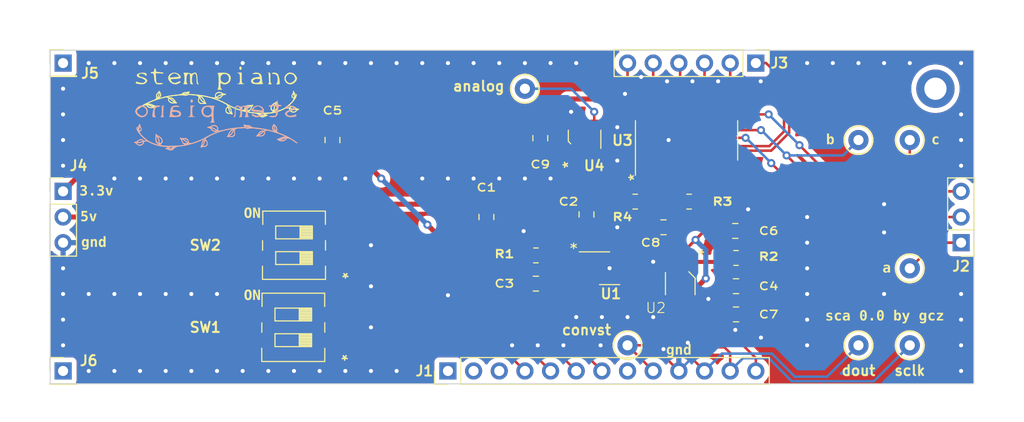
<source format=kicad_pcb>
(kicad_pcb (version 20221018) (generator pcbnew)
  (layers (0 "F.Cu" signal) (31 "B.Cu" signal) (34 "B.Paste" user) (35 "F.Paste" user) (36 "B.SilkS" user "B.Silkscreen") (37 "F.SilkS" user "F.Silkscreen") (38 "B.Mask" user) (39 "F.Mask" user) (44 "Edge.Cuts" user))
  (net 0 "")
  (net 1 "Net-(C4-Pad2)")
  (net 2 "GND")
  (net 3 "Net-(J2-Pin_1)")
  (net 4 "Net-(J2-Pin_2)")
  (net 8 "Net-(J1-Pin_4)")
  (net 9 "Net-(J1-Pin_5)")
  (net 10 "Net-(J1-Pin_6)")
  (net 11 "Net-(J1-Pin_7)")
  (net 13 "Net-(J1-Pin_12)")
  (net 14 "Net-(J4-Pin_1)")
  (net 15 "Net-(J4-Pin_2)")
  (net 16 "Net-(J2-Pin_3)")
  (net 17 "Net-(J3-Pin_4)")
  (net 18 "Net-(J3-Pin_5)")
  (net 19 "Net-(J3-Pin_1)")
  (net 20 "Net-(J3-Pin_2)")
  (net 21 "Net-(J3-Pin_3)")
  (net 22 "Net-(U1-FLT)")
  (net 23 "Net-(U2-AINP)")
  (net 24 "Net-(U1-SS)")
  (net 25 "Net-(U1-OUT_F)")
  (net 26 "Net-(J3-Pin_6)")
  (net 27 "Net-(J1-Pin_9)")
  (net 28 "Net-(J1-Pin_11)")
  (net 31 "Net-(U3-COM)")
  (net 32 "Net-(J1-Pin_13)")
  (net 33 "Net-(U2-AINN)")
  (net 34 "Net-(U4-IN-)")
  (footprint "stem_piano_footprints:C_0805_2012_1.18x1.45mm_medpad" (layer "F.Cu") (at 150.368 77.578 180)
    (fp_text reference "C6" (at -3.302 0 180) (layer "F.SilkS") (effects (font (size 0.75 1) (thickness 0.15) bold)))
    (fp_text value "1uF" hide)
    (pad "1" smd roundrect (at -1.2 0 180) (size 1.5 1.35) (layers "F.Cu" "F.Paste" "F.Mask") (roundrect_rratio 0.213) (net 2 "GND"))
    (pad "2" smd roundrect (at 1.2 0 180) (size 1.5 1.35) (layers "F.Cu" "F.Paste" "F.Mask") (roundrect_rratio 0.213) (net 14 "Net-(J4-Pin_1)"))
  )
  (footprint "Connector_PinHeader_2.54mm:PinHeader_1x01_P2.54mm_Vertical" (layer "F.Cu") (at 83.82 60.96)
    (fp_text reference "J5" (at 2.667 1.016) (layer "F.SilkS") (effects (font (thickness 0.2) bold)))
    (fp_text value "Conn_01x01_Pin")
    (pad "1" thru_hole rect (at 0 0) (size 1.7 1.7) (drill 1) (layers "*.Cu" "*.Mask"))
  )
  (footprint "stem_piano_footprints:SOT-23-5_medpad" (layer "F.Cu") (at 135.448 68.51 90)
    (fp_text reference "U4" (at -2.61 0.95 180) (layer "F.SilkS") (effects (font (thickness 0.2) bold)))
    (fp_text value "THS4281" hide)
    (fp_text user "*" (at -3 -1 90 unlocked) (layer "F.SilkS") (effects (justify left bottom)))
    (pad "1" smd rect (at -1.2 -0.95 90) (size 1.5 0.6) (layers "F.Cu" "F.Paste" "F.Mask") (net 34 "Net-(U4-IN-)"))
    (pad "2" smd rect (at -1.2 0 90) (size 1.5 0.6) (layers "F.Cu" "F.Paste" "F.Mask") (net 2 "GND"))
    (pad "3" smd rect (at -1.2 0.95 90) (size 1.5 0.6) (layers "F.Cu" "F.Paste" "F.Mask") (net 31 "Net-(U3-COM)"))
    (pad "4" smd rect (at 1.2 0.95 90) (size 1.5 0.75) (layers "F.Cu" "F.Paste" "F.Mask") (net 34 "Net-(U4-IN-)"))
    (pad "5" smd rect (at 1.2 -0.95 90) (size 1.5 0.75) (layers "F.Cu" "F.Paste" "F.Mask") (net 14 "Net-(J4-Pin_1)"))
  )
  (footprint "stem_piano_footprints:C_0805_2012_1.18x1.45mm_medpad" (layer "F.Cu") (at 131.064 68.396 90)
    (fp_text reference "C9" (at -2.6 0) (layer "F.SilkS") (effects (font (size 0.75 1) (thickness 0.15) bold)))
    (fp_text value "1uF" hide)
    (pad "1" smd roundrect (at -1.2 0 90) (size 1.5 1.35) (layers "F.Cu" "F.Paste" "F.Mask") (roundrect_rratio 0.213) (net 2 "GND"))
    (pad "2" smd roundrect (at 1.2 0 90) (size 1.5 1.35) (layers "F.Cu" "F.Paste" "F.Mask") (roundrect_rratio 0.213) (net 14 "Net-(J4-Pin_1)"))
  )
  (footprint "stem_piano_footprints:C_0805_2012_1.18x1.45mm_medpad" (layer "F.Cu") (at 150.438 85.842)
    (fp_text reference "C7" (at 3.232 0 180) (layer "F.SilkS") (effects (font (size 0.75 1) (thickness 0.15) bold)))
    (fp_text value "1uF" hide)
    (pad "1" smd roundrect (at -1.2 0) (size 1.5 1.35) (layers "F.Cu" "F.Paste" "F.Mask") (roundrect_rratio 0.213) (net 14 "Net-(J4-Pin_1)"))
    (pad "2" smd roundrect (at 1.2 0) (size 1.5 1.35) (layers "F.Cu" "F.Paste" "F.Mask") (roundrect_rratio 0.213) (net 2 "GND"))
  )
  (footprint "stem_piano_footprints:R_0805_2012_1.20x1.40mm_medpad" (layer "F.Cu") (at 150.438 80.254 180)
    (fp_text reference "R2" (at -3.232 0.136) (layer "F.SilkS") (effects (font (size 0.75 1) (thickness 0.1875) bold)))
    (fp_text value "small" hide)
    (pad "1" smd roundrect (at -1.2 0 180) (size 1.5 1.35) (layers "F.Cu" "F.Paste" "F.Mask") (roundrect_rratio 0.208) (net 1 "Net-(C4-Pad2)"))
    (pad "2" smd roundrect (at 1.2 0 180) (size 1.5 1.35) (layers "F.Cu" "F.Paste" "F.Mask") (roundrect_rratio 0.208) (net 25 "Net-(U1-OUT_F)"))
  )
  (footprint "stem_piano_footprints:C_0805_2012_1.18x1.45mm_medpad" (layer "F.Cu") (at 130.626 82.794)
    (fp_text reference "C3" (at -3.118 0 180) (layer "F.SilkS") (effects (font (size 0.75 1) (thickness 0.15) bold)))
    (fp_text value "1uF" hide)
    (pad "1" smd roundrect (at -1.2 0) (size 1.5 1.35) (layers "F.Cu" "F.Paste" "F.Mask") (roundrect_rratio 0.213) (net 2 "GND"))
    (pad "2" smd roundrect (at 1.2 0) (size 1.5 1.35) (layers "F.Cu" "F.Paste" "F.Mask") (roundrect_rratio 0.213) (net 22 "Net-(U1-FLT)"))
  )
  (footprint "stem_piano_footprints:C_0805_2012_1.18x1.45mm_medpad" (layer "F.Cu") (at 135.636 75.946 90)
    (fp_text reference "C2" (at 1.27 -1.778 180) (layer "F.SilkS") (effects (font (size 0.75 1) (thickness 0.15) bold)))
    (fp_text value "1uF" hide)
    (pad "1" smd roundrect (at -1.2 0 90) (size 1.5 1.35) (layers "F.Cu" "F.Paste" "F.Mask") (roundrect_rratio 0.213) (net 15 "Net-(J4-Pin_2)"))
    (pad "2" smd roundrect (at 1.2 0 90) (size 1.5 1.35) (layers "F.Cu" "F.Paste" "F.Mask") (roundrect_rratio 0.213) (net 2 "GND"))
  )
  (footprint "stem_piano_footprints:VSSOP-8_3.0x3.0mm_P0.65mm_medpads" (layer "F.Cu") (at 137.922 81.27)
    (fp_text reference "U1" (at 0.127 2.531) (layer "F.SilkS") (effects (font (thickness 0.2) bold)))
    (fp_text value "REF6030")
    (pad "1" smd rect (at -2.3 -1.05 270) (size 0.6 1.65) (layers "F.Cu" "F.Paste" "F.Mask") (net 15 "Net-(J4-Pin_2)"))
    (pad "2" smd rect (at -2.3 -0.325 270) (size 0.45 1.65) (layers "F.Cu" "F.Paste" "F.Mask") (net 15 "Net-(J4-Pin_2)"))
    (pad "3" smd rect (at -2.3 0.325 270) (size 0.45 1.65) (layers "F.Cu" "F.Paste" "F.Mask") (net 24 "Net-(U1-SS)"))
    (pad "4" smd rect (at -2.3 1.05 270) (size 0.6 1.65) (layers "F.Cu" "F.Paste" "F.Mask") (net 22 "Net-(U1-FLT)"))
    (pad "5" smd rect (at 2.3 1.05 270) (size 0.6 1.65) (layers "F.Cu" "F.Paste" "F.Mask") (net 25 "Net-(U1-OUT_F)"))
    (pad "6" smd rect (at 2.3 0.325 270) (size 0.45 1.65) (layers "F.Cu" "F.Paste" "F.Mask") (net 25 "Net-(U1-OUT_F)"))
    (pad "7" smd rect (at 2.3 -0.325 270) (size 0.45 1.65) (layers "F.Cu" "F.Paste" "F.Mask") (net 2 "GND"))
    (pad "8" smd rect (at 2.3 -1.05 270) (size 0.6 1.65) (layers "F.Cu" "F.Paste" "F.Mask") (net 2 "GND"))
  )
  (footprint "Connector_PinHeader_2.54mm:PinHeader_1x01_P2.54mm_Vertical" (layer "F.Cu") (at 83.82 91.44)
    (fp_text reference "J6" (at 2.54 -1.016) (layer "F.SilkS") (effects (font (thickness 0.2) bold)))
    (fp_text value "Conn_01x01_Pin")
    (pad "1" thru_hole rect (at 0 0) (size 1.7 1.7) (drill 1) (layers "*.Cu" "*.Mask"))
  )
  (footprint "Connector_PinHeader_2.54mm:PinHeader_1x13_P2.54mm_Vertical" (layer "F.Cu") (at 121.92 91.44 90)
    (fp_text reference "J1" (at 0 -2.33 180) (layer "F.SilkS") (effects (font (thickness 0.2) bold)))
    (fp_text value "Conn_01x13_Pin")
    (pad "1" thru_hole rect (at 0 0 90) (size 1.7 1.7) (drill 1) (layers "*.Cu" "*.Mask"))
    (pad "2" thru_hole oval (at 0 2.54 90) (size 1.7 1.7) (drill 1) (layers "*.Cu" "*.Mask"))
    (pad "3" thru_hole oval (at 0 5.08 90) (size 1.7 1.7) (drill 1) (layers "*.Cu" "*.Mask"))
    (pad "4" thru_hole oval (at 0 7.62 90) (size 1.7 1.7) (drill 1) (layers "*.Cu" "*.Mask") (net 8 "Net-(J1-Pin_4)"))
    (pad "5" thru_hole oval (at 0 10.16 90) (size 1.7 1.7) (drill 1) (layers "*.Cu" "*.Mask") (net 9 "Net-(J1-Pin_5)"))
    (pad "6" thru_hole oval (at 0 12.7 90) (size 1.7 1.7) (drill 1) (layers "*.Cu" "*.Mask") (net 10 "Net-(J1-Pin_6)"))
    (pad "7" thru_hole oval (at 0 15.24 90) (size 1.7 1.7) (drill 1) (layers "*.Cu" "*.Mask") (net 11 "Net-(J1-Pin_7)"))
    (pad "8" thru_hole oval (at 0 17.78 90) (size 1.7 1.7) (drill 1) (layers "*.Cu" "*.Mask"))
    (pad "9" thru_hole oval (at 0 20.32 90) (size 1.7 1.7) (drill 1) (layers "*.Cu" "*.Mask") (net 27 "Net-(J1-Pin_9)"))
    (pad "10" thru_hole oval (at 0 22.86 90) (size 1.7 1.7) (drill 1) (layers "*.Cu" "*.Mask") (net 2 "GND"))
    (pad "11" thru_hole oval (at 0 25.4 90) (size 1.7 1.7) (drill 1) (layers "*.Cu" "*.Mask") (net 28 "Net-(J1-Pin_11)"))
    (pad "12" thru_hole oval (at 0 27.94 90) (size 1.7 1.7) (drill 1) (layers "*.Cu" "*.Mask") (net 13 "Net-(J1-Pin_12)"))
    (pad "13" thru_hole oval (at 0 30.48 90) (size 1.7 1.7) (drill 1) (layers "*.Cu" "*.Mask") (net 32 "Net-(J1-Pin_13)"))
  )
  (footprint "stem_piano_footprints:stem_branch_07_inch" (layer "F.Cu") (at 98.97781 65.049919)
    (fp_text reference "G***" hide)
    (fp_text value "LOGO" hide)
  )
  (footprint "stem_piano_footprints:R_0805_2012_1.20x1.40mm_medpad" (layer "F.Cu") (at 130.626 80)
    (fp_text reference "R1" (at -3.118 -0.136) (layer "F.SilkS") (effects (font (size 0.75 1) (thickness 0.1875) bold)))
    (fp_text value "120K" hide)
    (pad "1" smd roundrect (at -1.2 0) (size 1.5 1.35) (layers "F.Cu" "F.Paste" "F.Mask") (roundrect_rratio 0.208) (net 2 "GND"))
    (pad "2" smd roundrect (at 1.2 0) (size 1.5 1.35) (layers "F.Cu" "F.Paste" "F.Mask") (roundrect_rratio 0.208) (net 24 "Net-(U1-SS)"))
  )
  (footprint "TestPoint:TestPoint_Keystone_5000-5004_Miniature" (layer "F.Cu") (at 162.56 68.58)
    (fp_text reference "TP6" hide)
    (fp_text value "b")
    (pad "1" thru_hole circle (at 0 0) (size 2 2) (drill 1) (layers "*.Cu" "*.Mask") (net 4 "Net-(J2-Pin_2)"))
  )
  (footprint "Connector_PinHeader_2.54mm:PinHeader_1x06_P2.54mm_Vertical" (layer "F.Cu") (at 152.4 60.96 -90)
    (fp_text reference "J3" (at 0 -2.33 180) (layer "F.SilkS") (effects (font (thickness 0.2) bold)))
    (fp_text value "Conn_01x06_Pin")
    (pad "1" thru_hole rect (at 0 0 270) (size 1.7 1.7) (drill 1) (layers "*.Cu" "*.Mask") (net 19 "Net-(J3-Pin_1)"))
    (pad "2" thru_hole oval (at 0 2.54 270) (size 1.7 1.7) (drill 1) (layers "*.Cu" "*.Mask") (net 20 "Net-(J3-Pin_2)"))
    (pad "3" thru_hole oval (at 0 5.08 270) (size 1.7 1.7) (drill 1) (layers "*.Cu" "*.Mask") (net 21 "Net-(J3-Pin_3)"))
    (pad "4" thru_hole oval (at 0 7.62 270) (size 1.7 1.7) (drill 1) (layers "*.Cu" "*.Mask") (net 17 "Net-(J3-Pin_4)"))
    (pad "5" thru_hole oval (at 0 10.16 270) (size 1.7 1.7) (drill 1) (layers "*.Cu" "*.Mask") (net 18 "Net-(J3-Pin_5)"))
    (pad "6" thru_hole oval (at 0 12.7 270) (size 1.7 1.7) (drill 1) (layers "*.Cu" "*.Mask") (net 26 "Net-(J3-Pin_6)"))
  )
  (footprint "stem_piano_footprints:SW_DIP_SPSTx02_Slide_medpad" (layer "F.Cu") (at 106.608 87.122 180)
    (fp_text reference "SW1" (at 8.708 0) (layer "F.SilkS") (effects (font (thickness 0.2) bold)))
    (fp_text value "SW_DIP_x02" hide)
    (fp_text user "*" (at -5.57 -2.11 180 unlocked) (layer "F.SilkS") (effects (justify left bottom)))
    (fp_text user "ON" (at 4.898 2.54 unlocked) (layer "F.SilkS") (effects (font (thickness 0.2) bold) (justify left bottom)))
    (pad "1" smd rect (at -4.5 -1.27 180) (size 3 1) (layers "F.Cu" "F.Paste" "F.Mask") (net 8 "Net-(J1-Pin_4)"))
    (pad "2" smd rect (at -4.5 1.27 180) (size 3 1) (layers "F.Cu" "F.Paste" "F.Mask") (net 9 "Net-(J1-Pin_5)"))
    (pad "3" smd rect (at 4.5 1.27 180) (size 3 1) (layers "F.Cu" "F.Paste" "F.Mask") (net 2 "GND"))
    (pad "4" smd rect (at 4.5 -1.27 180) (size 3 1) (layers "F.Cu" "F.Paste" "F.Mask") (net 2 "GND"))
  )
  (footprint "stem_piano_footprints:R_0805_2012_1.20x1.40mm_medpad" (layer "F.Cu") (at 140.462 74.676 180)
    (fp_text reference "R4" (at 1.27 -1.524) (layer "F.SilkS") (effects (font (size 0.75 1) (thickness 0.1875) bold)))
    (fp_text value "50" hide)
    (pad "1" smd roundrect (at -1.2 0 180) (size 1.5 1.35) (layers "F.Cu" "F.Paste" "F.Mask") (roundrect_rratio 0.208) (net 33 "Net-(U2-AINN)"))
    (pad "2" smd roundrect (at 1.2 0 180) (size 1.5 1.35) (layers "F.Cu" "F.Paste" "F.Mask") (roundrect_rratio 0.208) (net 2 "GND"))
  )
  (footprint "stem_piano_footprints:VSSOP-10_medpad" (layer "F.Cu") (at 145.034 82.794 -90)
    (fp_text reference "U2" (at 2.404 2.54 unlocked) (layer "F.SilkS") (effects (font (thickness 0.1) bold)))
    (fp_text value "ADS8881" hide)
    (fp_text user "*" (at -3.6 -1.05 -90 unlocked) (layer "F.SilkS") (effects (justify left bottom)))
    (pad "1" smd rect (at -2.15 -1.2 180) (size 0.7 2) (layers "F.Cu" "F.Paste" "F.Mask") (net 25 "Net-(U1-OUT_F)"))
    (pad "2" smd rect (at -2.15 -0.5 180) (size 0.3 2) (layers "F.Cu" "F.Paste" "F.Mask") (net 14 "Net-(J4-Pin_1)"))
    (pad "3" smd rect (at -2.15 0 180) (size 0.3 2) (layers "F.Cu" "F.Paste" "F.Mask") (net 23 "Net-(U2-AINP)"))
    (pad "4" smd rect (at -2.15 0.5 180) (size 0.3 2) (layers "F.Cu" "F.Paste" "F.Mask") (net 33 "Net-(U2-AINN)"))
    (pad "5" smd rect (at -2.15 1.2 180) (size 0.7 2) (layers "F.Cu" "F.Paste" "F.Mask") (net 2 "GND"))
    (pad "6" smd rect (at 2.15 1.2 180) (size 0.7 2) (layers "F.Cu" "F.Paste" "F.Mask") (net 27 "Net-(J1-Pin_9)"))
    (pad "7" smd rect (at 2.15 0.5 180) (size 0.3 2) (layers "F.Cu" "F.Paste" "F.Mask") (net 28 "Net-(J1-Pin_11)"))
    (pad "8" smd rect (at 2.15 0 180) (size 0.3 2) (layers "F.Cu" "F.Paste" "F.Mask") (net 13 "Net-(J1-Pin_12)"))
    (pad "9" smd rect (at 2.15 -0.5 180) (size 0.3 2) (layers "F.Cu" "F.Paste" "F.Mask") (net 32 "Net-(J1-Pin_13)"))
    (pad "10" smd rect (at 2.15 -1.2 180) (size 0.7 2) (layers "F.Cu" "F.Paste" "F.Mask") (net 14 "Net-(J4-Pin_1)"))
  )
  (footprint "stem_piano_footprints:C_0805_2012_1.18x1.45mm_medpad" (layer "F.Cu") (at 125.73 76.2 -90)
    (fp_text reference "C1" (at -2.921 0) (layer "F.SilkS") (effects (font (size 0.75 1) (thickness 0.15) bold)))
    (fp_text value "10uF" hide)
    (pad "1" smd roundrect (at -1.2 0 270) (size 1.5 1.35) (layers "F.Cu" "F.Paste" "F.Mask") (roundrect_rratio 0.213) (net 15 "Net-(J4-Pin_2)"))
    (pad "2" smd roundrect (at 1.2 0 270) (size 1.5 1.35) (layers "F.Cu" "F.Paste" "F.Mask") (roundrect_rratio 0.213) (net 2 "GND"))
  )
  (footprint "TestPoint:TestPoint_Keystone_5000-5004_Miniature" (layer "F.Cu") (at 139.7 88.9)
    (fp_text reference "TP5" hide)
    (fp_text value "convst" (at -4.064 -1.524) (layer "F.SilkS") (effects (font (thickness 0.2) bold)))
    (pad "1" thru_hole circle (at 0 0) (size 2 2) (drill 1) (layers "*.Cu" "*.Mask") (net 27 "Net-(J1-Pin_9)"))
  )
  (footprint "MountingHole:MountingHole_2.2mm_M2_DIN965_Pad_TopBottom" (layer "F.Cu") (at 170.18 63.5)
    (fp_text reference "H1" hide)
    (fp_text value "MountingHole")
    (pad "1" thru_hole circle (at 0 0) (size 2.6 2.6) (drill 2.2) (layers "*.Cu" "*.Mask"))
    (pad "1" connect circle (at 0 0) (size 3.8 3.8) (layers "F.Cu" "F.Mask"))
    (pad "1" connect circle (at 0 0) (size 3.8 3.8) (layers "B.Cu" "B.Mask"))
  )
  (footprint "stem_piano_footprints:SW_DIP_SPSTx02_Slide_medpad" (layer "F.Cu") (at 106.68 78.994 180)
    (fp_text reference "SW2" (at 8.78 0) (layer "F.SilkS") (effects (font (thickness 0.2) bold)))
    (fp_text value "SW_DIP_x02" hide)
    (fp_text user "*" (at -5.57 -2.11 180 unlocked) (layer "F.SilkS") (effects (justify left bottom)))
    (fp_text user "ON" (at 4.97 2.54 unlocked) (layer "F.SilkS") (effects (font (thickness 0.2) bold) (justify left bottom)))
    (pad "1" smd rect (at -4.5 -1.27 180) (size 3 1) (layers "F.Cu" "F.Paste" "F.Mask") (net 10 "Net-(J1-Pin_6)"))
    (pad "2" smd rect (at -4.5 1.27 180) (size 3 1) (layers "F.Cu" "F.Paste" "F.Mask") (net 11 "Net-(J1-Pin_7)"))
    (pad "3" smd rect (at 4.5 1.27 180) (size 3 1) (layers "F.Cu" "F.Paste" "F.Mask") (net 2 "GND"))
    (pad "4" smd rect (at 4.5 -1.27 180) (size 3 1) (layers "F.Cu" "F.Paste" "F.Mask") (net 2 "GND"))
  )
  (footprint "TestPoint:TestPoint_Keystone_5000-5004_Miniature" (layer "F.Cu") (at 167.64 88.9)
    (fp_text reference "TP3" hide)
    (fp_text value "sclk" (at 0 2.5) (layer "F.SilkS") (effects (font (thickness 0.2) bold)))
    (pad "1" thru_hole circle (at 0 0) (size 2 2) (drill 1) (layers "*.Cu" "*.Mask") (net 13 "Net-(J1-Pin_12)"))
  )
  (footprint "Connector_PinHeader_2.54mm:PinHeader_1x03_P2.54mm_Vertical" (layer "F.Cu") (at 172.72 78.74 180)
    (fp_text reference "J2" (at 0 -2.33) (layer "F.SilkS") (effects (font (thickness 0.2) bold)))
    (fp_text value "Conn_01x03_Pin")
    (pad "1" thru_hole rect (at 0 0 180) (size 1.7 1.7) (drill 1) (layers "*.Cu" "*.Mask") (net 3 "Net-(J2-Pin_1)"))
    (pad "2" thru_hole oval (at 0 2.54 180) (size 1.7 1.7) (drill 1) (layers "*.Cu" "*.Mask") (net 4 "Net-(J2-Pin_2)"))
    (pad "3" thru_hole oval (at 0 5.08 180) (size 1.7 1.7) (drill 1) (layers "*.Cu" "*.Mask") (net 16 "Net-(J2-Pin_3)"))
  )
  (footprint "TestPoint:TestPoint_Keystone_5000-5004_Miniature" (layer "F.Cu") (at 129.54 63.5)
    (fp_text reference "TP1" hide)
    (fp_text value "analog" (at -4.572 -0.254) (layer "F.SilkS") (effects (font (thickness 0.2) bold)))
    (pad "1" thru_hole circle (at 0 0) (size 2 2) (drill 1) (layers "*.Cu" "*.Mask") (net 34 "Net-(U4-IN-)"))
  )
  (footprint "stem_piano_footprints:stem_name_07_inch" (layer "F.Cu") (at 99.13 62.53)
    (fp_text reference "G***" hide)
    (fp_text value "LOGO" hide)
  )
  (footprint "TestPoint:TestPoint_Keystone_5000-5004_Miniature" (layer "F.Cu") (at 162.56 88.9)
    (fp_text reference "TP4" hide)
    (fp_text value "dout" (at 0 2.5) (layer "F.SilkS") (effects (font (thickness 0.2) bold)))
    (pad "1" thru_hole circle (at 0 0) (size 2 2) (drill 1) (layers "*.Cu" "*.Mask") (net 28 "Net-(J1-Pin_11)"))
  )
  (footprint "stem_piano_footprints:R_0805_2012_1.20x1.40mm_medpad" (layer "F.Cu") (at 145.796 74.676)
    (fp_text reference "R3" (at 3.302 0 180) (layer "F.SilkS") (effects (font (size 0.75 1) (thickness 0.1875) bold)))
    (fp_text value "50" hide)
    (pad "1" smd roundrect (at -1.2 0) (size 1.5 1.35) (layers "F.Cu" "F.Paste" "F.Mask") (roundrect_rratio 0.208) (net 34 "Net-(U4-IN-)"))
    (pad "2" smd roundrect (at 1.2 0) (size 1.5 1.35) (layers "F.Cu" "F.Paste" "F.Mask") (roundrect_rratio 0.208) (net 23 "Net-(U2-AINP)"))
  )
  (footprint "stem_piano_footprints:SOIC-16_3.9x9.9mm_P1.27mm_medpad" (layer "F.Cu") (at 145.542 68.615 90)
    (fp_text reference "U3" (at 0 -6.35 180) (layer "F.SilkS") (effects (font (thickness 0.2) bold)))
    (fp_text value "SN74LV4051")
    (fp_text user "*" (at -4.14 -4.57 90 unlocked) (layer "F.SilkS") (effects (justify left bottom)))
    (pad "1" smd rect (at -2.575 -4.445 90) (size 2.15 0.7) (layers "F.Cu" "F.Paste" "F.Mask") (net 2 "GND"))
    (pad "2" smd rect (at -2.575 -3.175 90) (size 2.15 0.7) (layers "F.Cu" "F.Paste" "F.Mask") (net 2 "GND"))
    (pad "3" smd rect (at -2.575 -1.905 90) (size 2.15 0.7) (layers "F.Cu" "F.Paste" "F.Mask") (net 31 "Net-(U3-COM)"))
    (pad "4" smd rect (at -2.575 -0.635 90) (size 2.15 0.7) (layers "F.Cu" "F.Paste" "F.Mask") (net 20 "Net-(J3-Pin_2)"))
    (pad "5" smd rect (at -2.575 0.635 90) (size 2.15 0.7) (layers "F.Cu" "F.Paste" "F.Mask") (net 19 "Net-(J3-Pin_1)"))
    (pad "6" smd rect (at -2.575 1.905 90) (size 2.15 0.7) (layers "F.Cu" "F.Paste" "F.Mask") (net 2 "GND"))
    (pad "7" smd rect (at -2.575 3.175 90) (size 2.15 0.7) (layers "F.Cu" "F.Paste" "F.Mask") (net 2 "GND"))
    (pad "8" smd rect (at -2.575 4.445 90) (size 2.15 0.7) (layers "F.Cu" "F.Paste" "F.Mask") (net 2 "GND"))
    (pad "9" smd rect (at 2.575 4.445 90) (size 2.15 0.7) (layers "F.Cu" "F.Paste" "F.Mask") (net 16 "Net-(J2-Pin_3)"))
    (pad "10" smd rect (at 2.575 3.175 90) (size 2.15 0.7) (layers "F.Cu" "F.Paste" "F.Mask") (net 4 "Net-(J2-Pin_2)"))
    (pad "11" smd rect (at 2.575 1.905 90) (size 2.15 0.7) (layers "F.Cu" "F.Paste" "F.Mask") (net 3 "Net-(J2-Pin_1)"))
    (pad "12" smd rect (at 2.575 0.635 90) (size 2.15 0.7) (layers "F.Cu" "F.Paste" "F.Mask") (net 21 "Net-(J3-Pin_3)"))
    (pad "13" smd rect (at 2.575 -0.635 90) (size 2.15 0.7) (layers "F.Cu" "F.Paste" "F.Mask") (net 17 "Net-(J3-Pin_4)"))
    (pad "14" smd rect (at 2.575 -1.905 90) (size 2.15 0.7) (layers "F.Cu" "F.Paste" "F.Mask") (net 18 "Net-(J3-Pin_5)"))
    (pad "15" smd rect (at 2.575 -3.175 90) (size 2.15 0.7) (layers "F.Cu" "F.Paste" "F.Mask") (net 26 "Net-(J3-Pin_6)"))
    (pad "16" smd rect (at 2.575 -4.445 90) (size 2.15 0.7) (layers "F.Cu" "F.Paste" "F.Mask") (net 14 "Net-(J4-Pin_1)"))
  )
  (footprint "TestPoint:TestPoint_Keystone_5000-5004_Miniature" (layer "F.Cu") (at 167.64 81.28)
    (fp_text reference "TP2" hide)
    (fp_text value "a")
    (pad "1" thru_hole circle (at 0 0) (size 2 2) (drill 1) (layers "*.Cu" "*.Mask") (net 3 "Net-(J2-Pin_1)"))
  )
  (footprint "TestPoint:TestPoint_Keystone_5000-5004_Miniature" (layer "F.Cu") (at 167.64 68.58)
    (fp_text reference "TP7" hide)
    (fp_text value "c")
    (pad "1" thru_hole circle (at 0 0) (size 2 2) (drill 1) (layers "*.Cu" "*.Mask") (net 16 "Net-(J2-Pin_3)"))
  )
  (footprint "stem_piano_footprints:C_0805_2012_1.18x1.45mm_medpad" (layer "F.Cu") (at 110.49 68.58 -90)
    (fp_text reference "C5" (at -2.921 0) (layer "F.SilkS") (effects (font (size 0.75 1) (thickness 0.15) bold)))
    (fp_text value "10uF" hide)
    (pad "1" smd roundrect (at -1.2 0 270) (size 1.5 1.35) (layers "F.Cu" "F.Paste" "F.Mask") (roundrect_rratio 0.213) (net 14 "Net-(J4-Pin_1)"))
    (pad "2" smd roundrect (at 1.2 0 270) (size 1.5 1.35) (layers "F.Cu" "F.Paste" "F.Mask") (roundrect_rratio 0.213) (net 2 "GND"))
  )
  (footprint "stem_piano_footprints:C_0805_2012_1.18x1.45mm_medpad" (layer "F.Cu") (at 143.256 77.216)
    (fp_text reference "C8" (at -1.27 1.524 180) (layer "F.SilkS") (effects (font (size 0.75 1) (thickness 0.15) bold)))
    (fp_text value "500pF" hide)
    (pad "1" smd roundrect (at -1.2 0) (size 1.5 1.35) (layers "F.Cu" "F.Paste" "F.Mask") (roundrect_rratio 0.213) (net 33 "Net-(U2-AINN)"))
    (pad "2" smd roundrect (at 1.2 0) (size 1.5 1.35) (layers "F.Cu" "F.Paste" "F.Mask") (roundrect_rratio 0.213) (net 23 "Net-(U2-AINP)"))
  )
  (footprint "Connector_PinHeader_2.54mm:PinHeader_1x03_P2.54mm_Vertical" (layer "F.Cu") (at 83.82 73.66)
    (fp_text reference "J4" (at 1.524 -2.54) (layer "F.SilkS") (effects (font (thickness 0.2) bold)))
    (fp_text value "Conn_01x03_Pin")
    (pad "1" thru_hole rect (at 0 0) (size 1.7 1.7) (drill 1) (layers "*.Cu" "*.Mask") (net 14 "Net-(J4-Pin_1)"))
    (pad "2" thru_hole oval (at 0 2.54) (size 1.7 1.7) (drill 1) (layers "*.Cu" "*.Mask") (net 15 "Net-(J4-Pin_2)"))
    (pad "3" thru_hole oval (at 0 5.08) (size 1.7 1.7) (drill 1) (layers "*.Cu" "*.Mask") (net 2 "GND"))
  )
  (footprint "stem_piano_footprints:C_0805_2012_1.18x1.45mm_medpad" (layer "F.Cu") (at 150.438 83.048)
    (fp_text reference "C4" (at 3.232 0 180) (layer "F.SilkS") (effects (font (size 0.75 1) (thickness 0.15) bold)))
    (fp_text value "47uF" hide)
    (pad "1" smd roundrect (at -1.2 0) (size 1.5 1.35) (layers "F.Cu" "F.Paste" "F.Mask") (roundrect_rratio 0.213) (net 2 "GND"))
    (pad "2" smd roundrect (at 1.2 0) (size 1.5 1.35) (layers "F.Cu" "F.Paste" "F.Mask") (roundrect_rratio 0.213) (net 1 "Net-(C4-Pad2)"))
  )
  (footprint "stem_piano_footprints:stem_branch_07_inch" (layer "B.Cu") (at 99.06 68.326 180)
    (fp_text reference "G***" hide)
    (fp_text value "LOGO" hide)
  )
  (footprint "stem_piano_footprints:stem_name_07_inch" (layer "B.Cu") (at 98.806 65.786 180)
    (fp_text reference "G***" hide)
    (fp_text value "LOGO" hide)
  )
  (gr_rect (start 82.55 59.69) (end 173.99 92.71) (stroke (width 0.1)) (fill none) (layer "Edge.Cuts"))
  (gr_text "gnd" (at 86.868 78.74) (layer "F.SilkS") (effects (font (size 1 1) (thickness 0.2) bold)))
  (gr_text "sca 0.0 by gcz" (at 159.258 86.614) (layer "F.SilkS") (effects (font (size 1 1) (thickness 0.2) bold) (justify left bottom)))
  (gr_text "a" (at 165.354 81.28) (layer "F.SilkS") (effects (font (size 1 1) (thickness 0.2) bold)))
  (gr_text "3.3v" (at 87.122 73.66) (layer "F.SilkS") (effects (font (size 1 1) (thickness 0.2) bold)))
  (gr_text "gnd" (at 144.78 89.408) (layer "F.SilkS") (effects (font (size 1 1) (thickness 0.2) bold)))
  (gr_text "b" (at 159.766 68.58) (layer "F.SilkS") (effects (font (size 1 1) (thickness 0.2) bold)))
  (gr_text "*" (at 134.366 79.356) (layer "F.SilkS") (effects (font (size 1 1) (thickness 0.2) bold)))
  (gr_text "c" (at 170.18 68.58) (layer "F.SilkS") (effects (font (size 1 1) (thickness 0.2) bold)))
  (gr_text "5v" (at 86.36 76.2) (layer "F.SilkS") (effects (font (size 1 1) (thickness 0.2) bold)))
  (segment (start 151.638 80.254) (end 151.638 83.048) (width 0.4) (layer "F.Cu") (net 1))
  (segment (start 139.7 69.342) (end 138.684 70.358) (width 0.25) (layer "F.Cu") (net 2))
  (segment (start 138.684 70.358) (end 138.684 70.612) (width 0.25) (layer "F.Cu") (net 2))
  (segment (start 140.462 69.342) (end 139.7 69.342) (width 0.25) (layer "F.Cu") (net 2))
  (segment (start 143.834 80.08) (end 142.494 78.74) (width 0.25) (layer "F.Cu") (net 2))
  (segment (start 144.78 91.44) (end 143.256 89.916) (width 0.25) (layer "F.Cu") (net 2))
  (segment (start 143.256 89.916) (end 143.256 89.281) (width 0.25) (layer "F.Cu") (net 2))
  (segment (start 141.097 71.19) (end 141.097 69.977) (width 0.25) (layer "F.Cu") (net 2))
  (segment (start 140.222 80.945) (end 141.921 80.945) (width 0.4) (layer "F.Cu") (net 2))
  (segment (start 135.448 70.71) (end 136.112 71.374) (width 0.25) (layer "F.Cu") (net 2))
  (segment (start 136.112 71.374) (end 137.922 71.374) (width 0.25) (layer "F.Cu") (net 2))
  (segment (start 142.494 78.74) (end 140.208 78.74) (width 0.25) (layer "F.Cu") (net 2))
  (segment (start 141.097 69.977) (end 140.462 69.342) (width 0.25) (layer "F.Cu") (net 2))
  (segment (start 137.922 71.374) (end 138.684 70.612) (width 0.25) (layer "F.Cu") (net 2))
  (segment (start 140.208 78.74) (end 138.684 77.216) (width 0.25) (layer "F.Cu") (net 2))
  (segment (start 142.367 70.231) (end 141.478 69.342) (width 0.25) (layer "F.Cu") (net 2))
  (segment (start 138.247 80.945) (end 137.922 81.27) (width 0.4) (layer "F.Cu") (net 2))
  (segment (start 140.222 80.945) (end 138.247 80.945) (width 0.4) (layer "F.Cu") (net 2))
  (segment (start 141.921 80.945) (end 142.24 80.626) (width 0.4) (layer "F.Cu") (net 2))
  (segment (start 142.367 71.19) (end 142.367 70.231) (width 0.25) (layer "F.Cu") (net 2))
  (segment (start 141.478 69.342) (end 140.462 69.342) (width 0.25) (layer "F.Cu") (net 2))
  (segment (start 143.834 80.644) (end 143.834 80.08) (width 0.25) (layer "F.Cu") (net 2))
  (segment (start 135.448 69.71) (end 135.448 70.71) (width 0.25) (layer "F.Cu") (net 2))
  (via (at 129.413 77.597) (size 0.8) (drill 0.4) (layers "F.Cu" "B.Cu") (net 2))
  (via (at 119.38 60.96) (size 0.8) (drill 0.4) (layers "F.Cu" "B.Cu") (net 2))
  (via (at 106.68 60.96) (size 0.8) (drill 0.4) (layers "F.Cu" "B.Cu") (net 2))
  (via (at 114.3 60.96) (size 0.8) (drill 0.4) (layers "F.Cu" "B.Cu") (net 2))
  (via (at 114.3 83.058) (size 0.8) (drill 0.4) (layers "F.Cu" "B.Cu") (net 2))
  (via (at 147.701 84.309) (size 0.8) (drill 0.4) (layers "F.Cu" "B.Cu") (net 2))
  (via (at 157.48 83.82) (size 0.8) (drill 0.4) (layers "F.Cu" "B.Cu") (net 2))
  (via (at 104.14 60.96) (size 0.8) (drill 0.4) (layers "F.Cu" "B.Cu") (net 2))
  (via (at 104.14 91.44) (size 0.8) (drill 0.4) (layers "F.Cu" "B.Cu") (net 2))
  (via (at 99.06 91.44) (size 0.8) (drill 0.4) (layers "F.Cu" "B.Cu") (net 2))
  (via (at 157.48 81.28) (size 0.8) (drill 0.4) (layers "F.Cu" "B.Cu") (net 2))
  (via (at 121.92 83.947) (size 0.8) (drill 0.4) (layers "F.Cu" "B.Cu") (net 2))
  (via (at 152.8826 62.7634) (size 0.8) (drill 0.4) (layers "F.Cu" "B.Cu") (net 2))
  (via (at 83.82 71.12) (size 0.8) (drill 0.4) (layers "F.Cu" "B.Cu") (net 2))
  (via (at 93.98 91.44) (size 0.8) (drill 0.4) (layers "F.Cu" "B.Cu") (net 2))
  (via (at 165.1 74.93) (size 0.8) (drill 0.4) (layers "F.Cu" "B.Cu") (net 2))
  (via (at 150.368 87.376) (size 0.8) (drill 0.4) (layers "F.Cu" "B.Cu") (net 2))
  (via (at 139.7 86.106) (size 0.8) (drill 0.4) (layers "F.Cu" "B.Cu") (net 2))
  (via (at 109.22 91.44) (size 0.8) (drill 0.4) (layers "F.Cu" "B.Cu") (net 2))
  (via (at 172.72 83.82) (size 0.8) (drill 0.4) (layers "F.Cu" "B.Cu") (net 2))
  (via (at 91.44 83.82) (size 0.8) (drill 0.4) (layers "F.Cu" "B.Cu") (net 2))
  (via (at 138.684 67.31) (size 0.8) (drill 0.4) (layers "F.Cu" "B.Cu") (net 2))
  (via (at 96.52 83.82) (size 0.8) (drill 0.4) (layers "F.Cu" "B.Cu") (net 2))
  (via (at 160.02 60.96) (size 0.8) (drill 0.4) (layers "F.Cu" "B.Cu") (net 2))
  (via (at 88.9 91.44) (size 0.8) (drill 0.4) (layers "F.Cu" "B.Cu") (net 2))
  (via (at 99.06 72.39) (size 0.8) (drill 0.4) (layers "F.Cu" "B.Cu") (net 2))
  (via (at 165.1 83.82) (size 0.8) (drill 0.4) (layers "F.Cu" "B.Cu") (net 2))
  (via (at 124.46 72.39) (size 0.8) (drill 0.4) (layers "F.Cu" "B.Cu") (net 2))
  (via (at 111.76 60.96) (size 0.8) (drill 0.4) (layers "F.Cu" "B.Cu") (net 2))
  (via (at 106.68 91.44) (size 0.8) (drill 0.4) (layers "F.Cu" "B.Cu") (net 2))
  (via (at 148.6662 62.7634) (size 0.8) (drill 0.4) (layers "F.Cu" "B.Cu") (net 2))
  (via (at 172.72 68.58) (size 0.8) (drill 0.4) (layers "F.Cu" "B.Cu") (net 2))
  (via (at 114.3 87.122) (size 0.8) (drill 0.4) (layers "F.Cu" "B.Cu") (net 2))
  (via (at 134.62 60.96) (size 0.8) (drill 0.4) (layers "F.Cu" "B.Cu") (net 2))
  (via (at 96.52 91.44) (size 0.8) (drill 0.4) (layers "F.Cu" "B.Cu") (net 2))
  (via (at 83.82 86.36) (size 0.8) (drill 0.4) (layers "F.Cu" "B.Cu") (net 2))
  (via (at 162.56 60.96) (size 0.8) (drill 0.4) (layers "F.Cu" "B.Cu") (net 2))
  (via (at 109.22 60.96) (size 0.8) (drill 0.4) (layers "F.Cu" "B.Cu") (net 2))
  (via (at 116.84 91.44) (size 0.8) (drill 0.4) (layers "F.Cu" "B.Cu") (net 2))
  (via (at 128.27 88.9) (size 0.8) (drill 0.4) (layers "F.Cu" "B.Cu") (net 2))
  (via (at 83.82 66.04) (size 0.8) (drill 0.4) (layers "F.Cu" "B.Cu") (net 2))
  (via (at 129.54 60.96) (size 0.8) (drill 0.4) (layers "F.Cu" "B.Cu") (net 2))
  (via (at 172.72 91.44) (size 0.8) (drill 0.4) (layers "F.Cu" "B.Cu") (net 2))
  (via (at 91.44 91.44) (size 0.8) (drill 0.4) (layers "F.Cu" "B.Cu") (net 2))
  (via (at 137.922 81.27) (size 0.8) (drill 0.4) (layers "F.Cu" "B.Cu") (net 2))
  (via (at 93.98 83.82) (size 0.8) (drill 0.4) (layers "F.Cu" "B.Cu") (net 2))
  (via (at 129.54 72.39) (size 0.8) (drill 0.4) (layers "F.Cu" "B.Cu") (net 2))
  (via (at 127 60.96) (size 0.8) (drill 0.4) (layers "F.Cu" "B.Cu") (net 2))
  (via (at 96.52 60.96) (size 0.8) (drill 0.4) (layers "F.Cu" "B.Cu") (net 2))
  (via (at 88.9 72.39) (size 0.8) (drill 0.4) (layers "F.Cu" "B.Cu") (net 2))
  (via (at 137.033 88.9) (size 0.8) (drill 0.4) (layers "F.Cu" "B.Cu") (net 2))
  (via (at 109.22 72.39) (size 0.8) (drill 0.4) (layers "F.Cu" "B.Cu") (net 2))
  (via (at 83.82 63.5) (size 0.8) (drill 0.4) (layers "F.Cu" "B.Cu") (net 2))
  (via (at 134.112 65.786) (size 0.8) (drill 0.4) (layers "F.Cu" "B.Cu") (net 2))
  (via (at 132.08 72.39) (size 0.8) (drill 0.4) (layers "F.Cu" "B.Cu") (net 2))
  (via (at 101.6 91.44) (size 0.8) (drill 0.4) (layers "F.Cu" "B.Cu") (net 2))
  (via (at 152.908 88.138) (size 0.8) (drill 0.4) (layers "F.Cu" "B.Cu") (net 2))
  (via (at 157.48 60.96) (size 0.8) (drill 0.4) (layers "F.Cu" "B.Cu") (net 2))
  (via (at 99.06 60.96) (size 0.8) (drill 0.4) (layers "F.Cu" "B.Cu") (net 2))
  (via (at 91.44 72.39) (size 0.8) (drill 0.4) (layers "F.Cu" "B.Cu") (net 2))
  (via (at 130.81 88.9) (size 0.8) (drill 0.4) (layers "F.Cu" "B.Cu") (net 2))
  (via (at 138.684 77.216) (size 0.8) (drill 0.4) (layers "F.Cu" "B.Cu") (net 2))
  (via (at 172.72 88.9) (size 0.8) (drill 0.4) (layers "F.Cu" "B.Cu") (net 2))
  (via (at 142.24 80.626) (size 0.8) (drill 0.4) (layers "F.Cu" "B.Cu") (net 2))
  (via (at 133.35 88.9) (size 0.8) (drill 0.4) (layers "F.Cu" "B.Cu") (net 2))
  (via (at 88.9 83.82) (size 0.8) (drill 0.4) (layers "F.Cu" "B.Cu") (net 2))
  (via (at 139.446 64.008) (size 0.8) (drill 0.4) (layers "F.Cu" "B.Cu") (net 2))
  (via (at 142.24 86.106) (size 0.8) (drill 0.4) (layers "F.Cu" "B.Cu") (net 2))
  (via (at 121.92 60.96) (size 0.8) (drill 0.4) (layers "F.Cu" "B.Cu") (net 2))
  (via (at 143.6116 62.7634) (size 0.8) (drill 0.4) (layers "F.Cu" "B.Cu") (net 2))
  (via (at 157.48 86.36) (size 0.8) (drill 0.4) (layers "F.Cu" "B.Cu") (net 2))
  (via (at 116.84 60.96) (size 0.8) (drill 0.4) (layers "F.Cu" "B.Cu") (net 2))
  (via (at 157.48 78.74) (size 0.8) (drill 0.4) (layers "F.Cu" "B.Cu") (net 2))
  (via (at 99.06 83.82) (size 0.8) (drill 0.4) (layers "F.Cu" "B.Cu") (net 2))
  (via (at 91.44 60.96) (size 0.8) (drill 0.4) (layers "F.Cu" "B.Cu") (net 2))
  (via (at 172.72 66.04) (size 0.8) (drill 0.4) (layers "F.Cu" "B.Cu") (net 2))
  (via (at 83.82 83.82) (size 0.8) (drill 0.4) (layers "F.Cu" "B.Cu") (net 2))
  (via (at 172.72 60.96) (size 0.8) (drill 0.4) (layers "F.Cu" "B.Cu") (net 2))
  (via (at 141.0462 62.3316) (size 0.8) (drill 0.4) (layers "F.Cu" "B.Cu") (net 2))
  (via (at 86.36 83.82) (size 0.8) (drill 0.4) (layers "F.Cu" "B.Cu") (net 2))
  (via (at 165.1 77.724) (size 0.8) (drill 0.4) (layers "F.Cu" "B.Cu") (net 2))
  (via (at 138.684 70.612) (size 0.8) (drill 0.4) (layers "F.Cu" "B.Cu") (net 2))
  (via (at 127 72.39) (size 0.8) (drill 0.4) (layers "F.Cu" "B.Cu") (net 2))
  (via (at 101.6 60.96) (size 0.8) (drill 0.4) (layers "F.Cu" "B.Cu") (net 2))
  (via (at 157.48 76.2) (size 0.8) (drill 0.4) (layers "F.Cu" "B.Cu") (net 2))
  (via (at 121.92 72.39) (size 0.8) (drill 0.4) (layers "F.Cu" "B.Cu") (net 2))
  (via (at 111.76 91.44) (size 0.8) (drill 0.4) (layers "F.Cu" "B.Cu") (net 2))
  (via (at 96.52 72.39) (size 0.8) (drill 0.4) (layers "F.Cu" "B.Cu") (net 2))
  (via (at 86.36 60.96) (size 0.8) (drill 0.4) (layers "F.Cu" "B.Cu") (net 2))
  (via (at 132.08 60.96) (size 0.8) (drill 0.4) (layers "F.Cu" "B.Cu") (net 2))
  (via (at 114.3 78.994) (size 0.8) (drill 0.4) (layers "F.Cu" "B.Cu") (net 2))
  (via (at 134.62 86.106) (size 0.8) (drill 0.4) (layers "F.Cu" "B.Cu") (net 2))
  (via (at 101.6 72.39) (size 0.8) (drill 0.4) (layers "F.Cu" "B.Cu") (net 2))
  (via (at 146.1262 62.7634) (size 0.8) (drill 0.4) (layers "F.Cu" "B.Cu") (net 2))
  (via (at 137.16 86.106) (size 0.8) (drill 0.4) (layers "F.Cu" "B.Cu") (net 2))
  (via (at 111.76 72.39) (size 0.8) (drill 0.4) (layers "F.Cu" "B.Cu") (net 2))
  (via (at 83.82 68.58) (size 0.8) (drill 0.4) (layers "F.Cu" "B.Cu") (net 2))
  (via (at 88.9 60.96) (size 0.8) (drill 0.4) (layers "F.Cu" "B.Cu") (net 2))
  (via (at 114.3 91.44) (size 0.8) (drill 0.4) (layers "F.Cu" "B.Cu") (net 2))
  (via (at 145.669 88.646) (size 0.8) (drill 0.4) (layers "F.Cu" "B.Cu") (net 2))
  (via (at 93.98 72.39) (size 0.8) (drill 0.4) (layers "F.Cu" "B.Cu") (net 2))
  (via (at 167.64 60.96) (size 0.8) (drill 0.4) (layers "F.Cu" "B.Cu") (net 2))
  (via (at 104.14 72.39) (size 0.8) (drill 0.4) (layers "F.Cu" "B.Cu") (net 2))
  (via (at 143.764 68.58) (size 0.8) (drill 0.4) (layers "F.Cu" "B.Cu") (net 2))
  (via (at 83.82 81.28) (size 0.8) (drill 0.4) (layers "F.Cu" "B.Cu") (net 2))
  (via (at 124.46 60.96) (size 0.8) (drill 0.4) (layers "F.Cu" "B.Cu") (net 2))
  (via (at 93.98 60.96) (size 0.8) (drill 0.4) (layers "F.Cu" "B.Cu") (net 2))
  (via (at 172.72 86.36) (size 0.8) (drill 0.4) (layers "F.Cu" "B.Cu") (net 2))
  (via (at 106.68 72.39) (size 0.8) (drill 0.4) (layers "F.Cu" "B.Cu") (net 2))
  (via (at 157.48 88.9) (size 0.8) (drill 0.4) (layers "F.Cu" "B.Cu") (net 2))
  (via (at 172.72 71.12) (size 0.8) (drill 0.4) (layers "F.Cu" "B.Cu") (net 2))
  (via (at 83.82 88.9) (size 0.8) (drill 0.4) (layers "F.Cu" "B.Cu") (net 2))
  (via (at 143.256 89.281) (size 0.8) (drill 0.4) (layers "F.Cu" "B.Cu") (net 2))
  (via (at 151.638 75.438) (size 0.8) (drill 0.4) (layers "F.Cu" "B.Cu") (net 2))
  (via (at 165.1 60.96) (size 0.8) (drill 0.4) (layers "F.Cu" "B.Cu") (net 2))
  (via (at 86.36 91.44) (size 0.8) (drill 0.4) (layers "F.Cu" "B.Cu") (net 2))
  (via (at 119.38 72.39) (size 0.8) (drill 0.4) (layers "F.Cu" "B.Cu") (net 2))
  (segment (start 145.796 88.773) (end 145.669 88.646) (width 0.25) (layer "B.Cu") (net 2))
  (segment (start 145.796 90.424) (end 145.796 88.773) (width 0.25) (layer "B.Cu") (net 2))
  (segment (start 144.78 91.44) (end 145.796 90.424) (width 0.25) (layer "B.Cu") (net 2))
  (segment (start 167.64 81.28) (end 170.18 78.74) (width 0.25) (layer "F.Cu") (net 3))
  (segment (start 161.798 78.74) (end 172.72 78.74) (width 0.25) (layer "F.Cu") (net 3))
  (segment (start 170.18 78.74) (end 172.72 78.74) (width 0.25) (layer "F.Cu") (net 3))
  (segment (start 147.447 66.765) (end 147.447 66.04) (width 0.25) (layer "F.Cu") (net 3))
  (segment (start 158.496 75.438) (end 161.798 78.74) (width 0.25) (layer "F.Cu") (net 3))
  (segment (start 149.043 68.361) (end 147.447 66.765) (width 0.25) (layer "F.Cu") (net 3))
  (segment (start 153.924 70.866) (end 158.496 75.438) (width 0.25) (layer "F.Cu") (net 3))
  (segment (start 151.384 68.361) (end 149.043 68.361) (width 0.25) (layer "F.Cu") (net 3))
  (via (at 153.924 70.866) (size 0.8) (drill 0.4) (layers "F.Cu" "B.Cu") (net 3))
  (via (at 151.384 68.361) (size 0.8) (drill 0.4) (layers "F.Cu" "B.Cu") (net 3))
  (segment (start 151.419 68.361) (end 153.924 70.866) (width 0.25) (layer "B.Cu") (net 3))
  (segment (start 151.384 68.361) (end 151.419 68.361) (width 0.25) (layer "B.Cu") (net 3))
  (segment (start 148.717 66.765) (end 148.717 66.04) (width 0.25) (layer "F.Cu") (net 4))
  (segment (start 155.448 70.104) (end 161.544 76.2) (width 0.25) (layer "F.Cu") (net 4))
  (segment (start 161.544 76.2) (end 172.72 76.2) (width 0.25) (layer "F.Cu") (net 4))
  (segment (start 149.551 67.599) (end 148.717 66.765) (width 0.25) (layer "F.Cu") (net 4))
  (segment (start 152.908 67.599) (end 149.551 67.599) (width 0.25) (layer "F.Cu") (net 4))
  (via (at 155.448 70.104) (size 0.8) (drill 0.4) (layers "F.Cu" "B.Cu") (net 4))
  (via (at 152.908 67.599) (size 0.8) (drill 0.4) (layers "F.Cu" "B.Cu") (net 4))
  (segment (start 152.908 67.599) (end 152.943 67.599) (width 0.25) (layer "B.Cu") (net 4))
  (segment (start 155.448 70.104) (end 161.036 70.104) (width 0.25) (layer "B.Cu") (net 4))
  (segment (start 152.943 67.599) (end 155.448 70.104) (width 0.25) (layer "B.Cu") (net 4))
  (segment (start 161.036 70.104) (end 162.56 68.58) (width 0.25) (layer "B.Cu") (net 4))
  (segment (start 126.492 88.392) (end 111.108 88.392) (width 0.25) (layer "F.Cu") (net 8))
  (segment (start 129.54 91.44) (end 126.492 88.392) (width 0.25) (layer "F.Cu") (net 8))
  (segment (start 119.126 87.942) (end 117.036 85.852) (width 0.25) (layer "F.Cu") (net 9))
  (segment (start 132.08 91.44) (end 128.582 87.942) (width 0.25) (layer "F.Cu") (net 9))
  (segment (start 128.582 87.942) (end 119.126 87.942) (width 0.25) (layer "F.Cu") (net 9))
  (segment (start 117.036 85.852) (end 111.108 85.852) (width 0.25) (layer "F.Cu") (net 9))
  (segment (start 117.602 85.781604) (end 117.602 81.788) (width 0.25) (layer "F.Cu") (net 10))
  (segment (start 117.602 81.788) (end 116.078 80.264) (width 0.25) (layer "F.Cu") (net 10))
  (segment (start 116.078 80.264) (end 111.18 80.264) (width 0.25) (layer "F.Cu") (net 10))
  (segment (start 119.312396 87.492) (end 117.602 85.781604) (width 0.25) (layer "F.Cu") (net 10))
  (segment (start 130.672 87.492) (end 119.312396 87.492) (width 0.25) (layer "F.Cu") (net 10))
  (segment (start 134.62 91.44) (end 130.672 87.492) (width 0.25) (layer "F.Cu") (net 10))
  (segment (start 119.498792 87.042) (end 118.11 85.653208) (width 0.25) (layer "F.Cu") (net 11))
  (segment (start 118.11 79.825) (end 116.009 77.724) (width 0.25) (layer "F.Cu") (net 11))
  (segment (start 118.11 85.653208) (end 118.11 79.825) (width 0.25) (layer "F.Cu") (net 11))
  (segment (start 116.009 77.724) (end 111.18 77.724) (width 0.25) (layer "F.Cu") (net 11))
  (segment (start 132.762 87.042) (end 119.498792 87.042) (width 0.25) (layer "F.Cu") (net 11))
  (segment (start 137.16 91.44) (end 132.762 87.042) (width 0.25) (layer "F.Cu") (net 11))
  (segment (start 147.349604 89.096) (end 145.034 86.780396) (width 0.25) (layer "F.Cu") (net 13))
  (segment (start 149.86 91.44) (end 149.86 89.662) (width 0.25) (layer "F.Cu") (net 13))
  (segment (start 149.86 89.662) (end 149.294 89.096) (width 0.25) (layer "F.Cu") (net 13))
  (segment (start 149.294 89.096) (end 147.349604 89.096) (width 0.25) (layer "F.Cu") (net 13))
  (segment (start 145.034 86.780396) (end 145.034 84.944) (width 0.25) (layer "F.Cu") (net 13))
  (segment (start 155.956 92.456) (end 164.084 92.456) (width 0.25) (layer "B.Cu") (net 13))
  (segment (start 151.13 90.17) (end 153.67 90.17) (width 0.25) (layer "B.Cu") (net 13))
  (segment (start 164.084 92.456) (end 167.64 88.9) (width 0.25) (layer "B.Cu") (net 13))
  (segment (start 153.67 90.17) (end 155.956 92.456) (width 0.25) (layer "B.Cu") (net 13))
  (segment (start 149.86 91.44) (end 151.13 90.17) (width 0.25) (layer "B.Cu") (net 13))
  (segment (start 146.304 84.944) (end 146.234 84.944) (width 0.25) (layer "F.Cu") (net 14))
  (segment (start 147.066 85.706) (end 146.304 84.944) (width 0.4) (layer "F.Cu") (net 14))
  (segment (start 134.498 67.31) (end 131.178 67.31) (width 0.5) (layer "F.Cu") (net 14))
  (segment (start 145.534 79.344) (end 145.534 80.644) (width 0.3) (layer "F.Cu") (net 14))
  (segment (start 110.122 67.196) (end 131.064 67.196) (width 0.5) (layer "F.Cu") (net 14))
  (segment (start 115.316 72.39) (end 110.122 67.196) (width 0.5) (layer "F.Cu") (net 14))
  (segment (start 149.168 77.578) (end 147.3 77.578) (width 0.3) (layer "F.Cu") (net 14))
  (segment (start 90.284 67.196) (end 83.82 73.66) (width 0.5) (layer "F.Cu") (net 14))
  (segment (start 146.234 83.49) (end 147.447 82.277) (width 0.5) (layer "F.Cu") (net 14))
  (segment (start 131.178 67.31) (end 131.064 67.196) (width 0.25) (layer "F.Cu") (net 14))
  (segment (start 147.3 77.578) (end 145.534 79.344) (width 0.3) (layer "F.Cu") (net 14))
  (segment (start 127.508 84.582) (end 119.888 76.962) (width 0.5) (layer "F.Cu") (net 14))
  (segment (start 133.744 64.516) (end 137.922 64.516) (width 0.5) (layer "F.Cu") (net 14))
  (segment (start 142.494 83.166) (end 141.078 84.582) (width 0.5) (layer "F.Cu") (net 14))
  (segment (start 145.91 83.166) (end 142.494 83.166) (width 0.5) (layer "F.Cu") (net 14))
  (segment (start 110.122 67.196) (end 90.284 67.196) (width 0.5) (layer "F.Cu") (net 14))
  (segment (start 146.234 84.944) (end 146.234 83.49) (width 0.4) (layer "F.Cu") (net 14))
  (segment (start 146.234 83.49) (end 145.91 83.166) (width 0.5) (layer "F.Cu") (net 14))
  (segment (start 131.064 67.196) (end 133.744 64.516) (width 0.5) (layer "F.Cu") (net 14))
  (segment (start 137.922 64.516) (end 139.446 66.04) (width 0.5) (layer "F.Cu") (net 14))
  (segment (start 139.446 66.04) (end 141.097 66.04) (width 0.5) (layer "F.Cu") (net 14))
  (segment (start 141.078 84.582) (end 127.508 84.582) (width 0.5) (layer "F.Cu") (net 14))
  (segment (start 149.102 85.706) (end 147.066 85.706) (width 0.4) (layer "F.Cu") (net 14))
  (via (at 146.431 78.467) (size 0.8) (drill 0.4) (layers "F.Cu" "B.Cu") (net 14))
  (via (at 115.316 72.39) (size 0.8) (drill 0.4) (layers "F.Cu" "B.Cu") (net 14))
  (via (at 147.447 82.277) (size 0.8) (drill 0.4) (layers "F.Cu" "B.Cu") (net 14))
  (via (at 119.888 76.962) (size 0.8) (drill 0.4) (layers "F.Cu" "B.Cu") (net 14))
  (segment (start 147.447 82.277) (end 147.447 79.483) (width 0.5) (layer "B.Cu") (net 14))
  (segment (start 119.888 76.962) (end 115.316 72.39) (width 0.5) (layer "B.Cu") (net 14))
  (segment (start 147.447 79.483) (end 146.431 78.467) (width 0.5) (layer "B.Cu") (net 14))
  (segment (start 131.562 77.206) (end 129.286 74.93) (width 0.5) (layer "F.Cu") (net 15))
  (segment (start 135.128 80.9885) (end 135.128 80.2635) (width 0.25) (layer "F.Cu") (net 15))
  (segment (start 135.452 77.206) (end 131.562 77.206) (width 0.5) (layer "F.Cu") (net 15))
  (segment (start 136.144 80.945) (end 136.144 80.22) (width 0.25) (layer "F.Cu") (net 15))
  (segment (start 97.466 76.2) (end 83.82 76.2) (width 0.5) (layer "F.Cu") (net 15))
  (segment (start 98.736 74.93) (end 97.466 76.2) (width 0.5) (layer "F.Cu") (net 15))
  (segment (start 135.622 77.376) (end 135.622 80.22) (width 0.5) (layer "F.Cu") (net 15))
  (segment (start 129.286 74.93) (end 98.736 74.93) (width 0.5) (layer "F.Cu") (net 15))
  (segment (start 135.452 77.206) (end 135.622 77.376) (width 0.25) (layer "F.Cu") (net 15))
  (segment (start 170.942 73.66) (end 167.64 70.358) (width 0.25) (layer "F.Cu") (net 16))
  (segment (start 161.29 73.66) (end 171.704 73.66) (width 0.25) (layer "F.Cu") (net 16))
  (segment (start 171.704 73.66) (end 170.942 73.66) (width 0.25) (layer "F.Cu") (net 16))
  (segment (start 153.635 66.04) (end 149.987 66.04) (width 0.25) (layer "F.Cu") (net 16))
  (segment (start 156.718 69.088) (end 161.036 73.406) (width 0.25) (layer "F.Cu") (net 16))
  (segment (start 171.704 73.66) (end 172.72 73.66) (width 0.25) (layer "F.Cu") (net 16))
  (segment (start 161.036 73.406) (end 161.29 73.66) (width 0.25) (layer "F.Cu") (net 16))
  (segment (start 167.64 70.358) (end 167.64 68.58) (width 0.25) (layer "F.Cu") (net 16))
  (via (at 153.67 66.04) (size 0.8) (drill 0.4) (layers "F.Cu" "B.Cu") (net 16))
  (via (at 156.718 69.088) (size 0.8) (drill 0.4) (layers "F.Cu" "B.Cu") (net 16))
  (segment (start 153.67 66.04) (end 156.718 69.088) (width 0.25) (layer "B.Cu") (net 16))
  (segment (start 144.907 61.087) (end 144.78 60.96) (width 0.25) (layer "F.Cu") (net 17))
  (segment (start 144.907 66.04) (end 144.907 61.087) (width 0.25) (layer "F.Cu") (net 17))
  (segment (start 143.637 64.643) (end 142.24 63.246) (width 0.25) (layer "F.Cu") (net 18))
  (segment (start 143.637 66.04) (end 143.637 64.643) (width 0.25) (layer "F.Cu") (net 18))
  (segment (start 142.24 63.246) (end 142.24 60.96) (width 0.25) (layer "F.Cu") (net 18))
  (segment (start 153.416 60.96) (end 152.4 60.96) (width 0.25) (layer "F.Cu") (net 19))
  (segment (start 147.011 69.631) (end 153.924 69.631) (width 0.25) (layer "F.Cu") (net 19))
  (segment (start 146.177 71.19) (end 146.177 70.465) (width 0.25) (layer "F.Cu") (net 19))
  (segment (start 155.702 63.246) (end 153.416 60.96) (width 0.25) (layer "F.Cu") (net 19))
  (segment (start 155.702 67.853) (end 155.702 63.246) (width 0.25) (layer "F.Cu") (net 19))
  (segment (start 153.924 69.631) (end 155.702 67.853) (width 0.25) (layer "F.Cu") (net 19))
  (segment (start 146.177 70.465) (end 147.011 69.631) (width 0.25) (layer "F.Cu") (net 19))
  (segment (start 153.924 64.008) (end 155.194 65.278) (width 0.25) (layer "F.Cu") (net 20))
  (segment (start 151.638 64.008) (end 153.924 64.008) (width 0.25) (layer "F.Cu") (net 20))
  (segment (start 155.194 65.278) (end 155.194 67.724604) (width 0.25) (layer "F.Cu") (net 20))
  (segment (start 146.191 69.181) (end 144.907 70.465) (width 0.25) (layer "F.Cu") (net 20))
  (segment (start 149.86 60.96) (end 149.86 62.23) (width 0.25) (layer "F.Cu") (net 20))
  (segment (start 155.194 67.724604) (end 153.737604 69.181) (width 0.25) (layer "F.Cu") (net 20))
  (segment (start 149.86 62.23) (end 151.638 64.008) (width 0.25) (layer "F.Cu") (net 20))
  (segment (start 144.907 70.465) (end 144.907 71.19) (width 0.25) (layer "F.Cu") (net 20))
  (segment (start 153.737604 69.181) (end 146.191 69.181) (width 0.25) (layer "F.Cu") (net 20))
  (segment (start 147.32 63.754) (end 147.32 60.96) (width 0.25) (layer "F.Cu") (net 21))
  (segment (start 146.177 64.897) (end 147.32 63.754) (width 0.25) (layer "F.Cu") (net 21))
  (segment (start 146.177 66.04) (end 146.177 64.897) (width 0.25) (layer "F.Cu") (net 21))
  (segment (start 134.332 82.32) (end 135.622 82.32) (width 0.25) (layer "F.Cu") (net 22))
  (segment (start 131.826 82.794) (end 133.858 82.794) (width 0.25) (layer "F.Cu") (net 22))
  (segment (start 133.858 82.794) (end 134.332 82.32) (width 0.25) (layer "F.Cu") (net 22))
  (segment (start 144.456 77.216) (end 146.996 74.676) (width 0.25) (layer "F.Cu") (net 23))
  (segment (start 145.034 80.644) (end 145.034 77.794) (width 0.25) (layer "F.Cu") (net 23))
  (segment (start 145.034 77.794) (end 144.456 77.216) (width 0.25) (layer "F.Cu") (net 23))
  (segment (start 132.842 80) (end 134.437 81.595) (width 0.25) (layer "F.Cu") (net 24))
  (segment (start 131.826 80) (end 132.842 80) (width 0.25) (layer "F.Cu") (net 24))
  (segment (start 134.437 81.595) (end 135.622 81.595) (width 0.25) (layer "F.Cu") (net 24))
  (segment (start 148.848 80.644) (end 149.238 80.254) (width 0.25) (layer "F.Cu") (net 25))
  (segment (start 146.234 80.644) (end 148.848 80.644) (width 0.4) (layer "F.Cu") (net 25))
  (segment (start 141.007 81.595) (end 141.732 82.32) (width 0.4) (layer "F.Cu") (net 25))
  (segment (start 146.234 81.894) (end 146.234 80.644) (width 0.4) (layer "F.Cu") (net 25))
  (segment (start 140.222 82.32) (end 141.732 82.32) (width 0.4) (layer "F.Cu") (net 25))
  (segment (start 145.808 82.32) (end 146.234 81.894) (width 0.4) (layer "F.Cu") (net 25))
  (segment (start 141.732 82.32) (end 145.808 82.32) (width 0.4) (layer "F.Cu") (net 25))
  (segment (start 140.222 81.595) (end 141.007 81.595) (width 0.4) (layer "F.Cu") (net 25))
  (segment (start 139.7 62.484) (end 139.7 60.96) (width 0.25) (layer "F.Cu") (net 26))
  (segment (start 142.367 66.04) (end 142.367 65.151) (width 0.25) (layer "F.Cu") (net 26))
  (segment (start 142.367 65.151) (end 139.7 62.484) (width 0.25) (layer "F.Cu") (net 26))
  (segment (start 143.834 86.544) (end 143.834 84.944) (width 0.25) (layer "F.Cu") (net 27))
  (segment (start 139.7 88.9) (end 141.478 88.9) (width 0.25) (layer "F.Cu") (net 27))
  (segment (start 139.7 88.9) (end 142.24 91.44) (width 0.25) (layer "F.Cu") (net 27))
  (segment (start 141.478 88.9) (end 143.834 86.544) (width 0.25) (layer "F.Cu") (net 27))
  (segment (start 144.534 88.654) (end 144.534 85.344) (width 0.25) (layer "F.Cu") (net 28))
  (segment (start 147.32 91.44) (end 144.534 88.654) (width 0.25) (layer "F.Cu") (net 28))
  (segment (start 147.32 91.44) (end 149.04 89.72) (width 0.25) (layer "B.Cu") (net 28))
  (segment (start 149.04 89.72) (end 153.982 89.72) (width 0.25) (layer "B.Cu") (net 28))
  (segment (start 156.268 92.006) (end 159.454 92.006) (width 0.25) (layer "B.Cu") (net 28))
  (segment (start 159.454 92.006) (end 162.56 88.9) (width 0.25) (layer "B.Cu") (net 28))
  (segment (start 153.982 89.72) (end 156.268 92.006) (width 0.25) (layer "B.Cu") (net 28))
  (segment (start 142.006 68.834) (end 137.414 68.834) (width 0.25) (layer "F.Cu") (net 31))
  (segment (start 136.538 69.71) (end 136.398 69.71) (width 0.25) (layer "F.Cu") (net 31))
  (segment (start 143.637 71.19) (end 143.637 70.465) (width 0.25) (layer "F.Cu") (net 31))
  (segment (start 137.414 68.834) (end 136.538 69.71) (width 0.25) (layer "F.Cu") (net 31))
  (segment (start 143.637 70.465) (end 142.006 68.834) (width 0.25) (layer "F.Cu") (net 31))
  (segment (start 145.534 86.498) (end 145.534 84.944) (width 0.25) (layer "F.Cu") (net 32))
  (segment (start 147.682 88.646) (end 145.534 86.498) (width 0.25) (layer "F.Cu") (net 32))
  (segment (start 150.876 88.646) (end 147.682 88.646) (width 0.25) (layer "F.Cu") (net 32))
  (segment (start 152.4 90.17) (end 150.876 88.646) (width 0.25) (layer "F.Cu") (net 32))
  (segment (start 152.4 91.44) (end 152.4 90.17) (width 0.25) (layer "F.Cu") (net 32))
  (segment (start 142.056 77.216) (end 142.056 75.07) (width 0.25) (layer "F.Cu") (net 33))
  (segment (start 142.406 77.216) (end 142.056 77.216) (width 0.25) (layer "F.Cu") (net 33))
  (segment (start 144.534 79.344) (end 142.406 77.216) (width 0.25) (layer "F.Cu") (net 33))
  (segment (start 142.056 75.07) (end 141.662 74.676) (width 0.25) (layer "F.Cu") (net 33))
  (segment (start 144.534 80.644) (end 144.534 79.344) (width 0.25) (layer "F.Cu") (net 33))
  (segment (start 136.94 73.152) (end 134.498 70.71) (width 0.25) (layer "F.Cu") (net 34))
  (segment (start 136.398 67.31) (end 136.398 65.786) (width 0.25) (layer "F.Cu") (net 34))
  (segment (start 134.498 70.71) (end 134.498 69.71) (width 0.25) (layer "F.Cu") (net 34))
  (segment (start 136.148 67.31) (end 136.398 67.31) (width 0.25) (layer "F.Cu") (net 34))
  (segment (start 134.498 68.96) (end 136.148 67.31) (width 0.25) (layer "F.Cu") (net 34))
  (segment (start 144.526 74.676) (end 143.002 73.152) (width 0.25) (layer "F.Cu") (net 34))
  (segment (start 144.596 74.676) (end 144.526 74.676) (width 0.25) (layer "F.Cu") (net 34))
  (segment (start 134.498 69.71) (end 134.498 68.96) (width 0.25) (layer "F.Cu") (net 34))
  (segment (start 143.002 73.152) (end 136.94 73.152) (width 0.25) (layer "F.Cu") (net 34))
  (via (at 136.398 65.786) (size 0.8) (drill 0.4) (layers "F.Cu" "B.Cu") (net 34))
  (segment (start 134.112 63.5) (end 129.54 63.5) (width 0.25) (layer "B.Cu") (net 34))
  (segment (start 136.398 65.786) (end 134.112 63.5) (width 0.25) (layer "B.Cu") (net 34))
  (zone (net 2) (net_name "GND") (layers "F&B.Cu") (connect_pads (clearance 0.5)) (min_thickness 0.25) (fill yes (thermal_gap 0.5) (thermal_bridge_width 0.5))
    (polygon (pts (xy 78.74 55.88) (xy 177.8 55.88) (xy 177.8 96.52) (xy 78.74 96.52)))
  )
)
</source>
